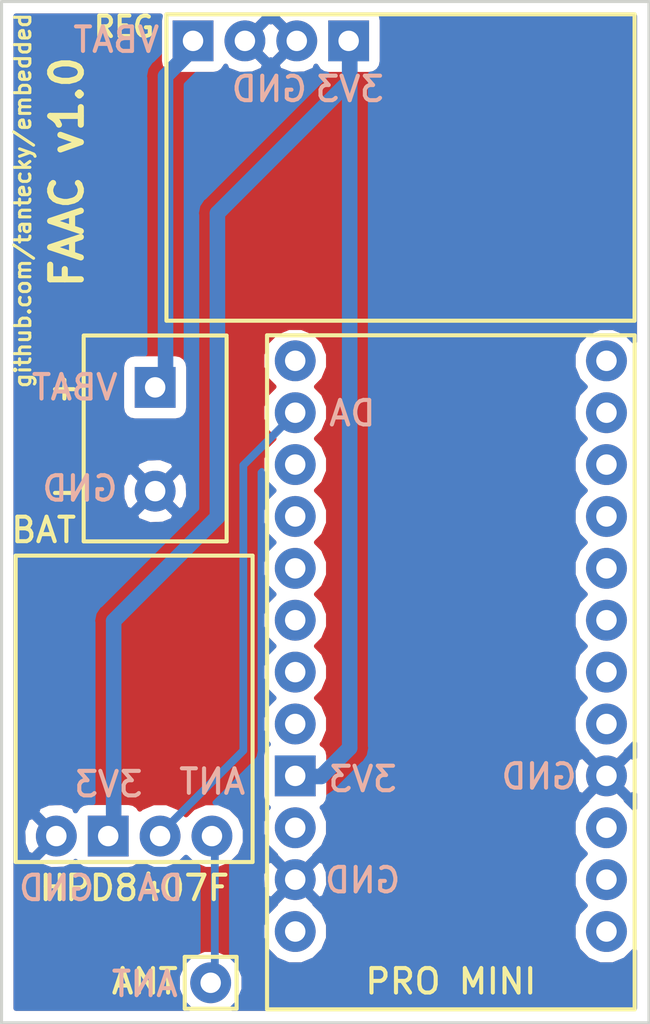
<source format=kicad_pcb>
(kicad_pcb (version 20171130) (host pcbnew "(5.0.2)-1")

  (general
    (thickness 1.6)
    (drawings 22)
    (tracks 16)
    (zones 0)
    (modules 5)
    (nets 26)
  )

  (page A4)
  (layers
    (0 F.Cu signal hide)
    (31 B.Cu signal hide)
    (32 B.Adhes user)
    (33 F.Adhes user)
    (34 B.Paste user)
    (35 F.Paste user)
    (36 B.SilkS user hide)
    (37 F.SilkS user)
    (38 B.Mask user)
    (39 F.Mask user)
    (40 Dwgs.User user)
    (41 Cmts.User user)
    (42 Eco1.User user)
    (43 Eco2.User user)
    (44 Edge.Cuts user)
    (45 Margin user)
    (46 B.CrtYd user)
    (47 F.CrtYd user)
    (48 B.Fab user)
    (49 F.Fab user hide)
  )

  (setup
    (last_trace_width 0.25)
    (user_trace_width 0.381)
    (user_trace_width 0.762)
    (trace_clearance 0.25)
    (zone_clearance 0.508)
    (zone_45_only no)
    (trace_min 0.25)
    (segment_width 0.2)
    (edge_width 0.15)
    (via_size 0.8)
    (via_drill 0.4)
    (via_min_size 0.8)
    (via_min_drill 0.4)
    (uvia_size 0.3)
    (uvia_drill 0.1)
    (uvias_allowed no)
    (uvia_min_size 0.2)
    (uvia_min_drill 0.1)
    (pcb_text_width 0.3)
    (pcb_text_size 1.5 1.5)
    (mod_edge_width 0.15)
    (mod_text_size 1 1)
    (mod_text_width 0.15)
    (pad_size 1.524 1.524)
    (pad_drill 0.762)
    (pad_to_mask_clearance 0)
    (solder_mask_min_width 0.25)
    (aux_axis_origin 0 0)
    (visible_elements 7FFFFFFF)
    (pcbplotparams
      (layerselection 0x010fc_ffffffff)
      (usegerberextensions false)
      (usegerberattributes false)
      (usegerberadvancedattributes false)
      (creategerberjobfile false)
      (excludeedgelayer true)
      (linewidth 0.100000)
      (plotframeref false)
      (viasonmask false)
      (mode 1)
      (useauxorigin false)
      (hpglpennumber 1)
      (hpglpenspeed 20)
      (hpglpendiameter 15.000000)
      (psnegative false)
      (psa4output false)
      (plotreference true)
      (plotvalue true)
      (plotinvisibletext false)
      (padsonsilk false)
      (subtractmaskfromsilk false)
      (outputformat 1)
      (mirror false)
      (drillshape 1)
      (scaleselection 1)
      (outputdirectory ""))
  )

  (net 0 "")
  (net 1 "Net-(AE1-Pad1)")
  (net 2 "Net-(J1-Pad1)")
  (net 3 GND)
  (net 4 "Net-(U1-Pad3)")
  (net 5 "Net-(U1-Pad2)")
  (net 6 "Net-(U2-Pad1)")
  (net 7 "Net-(U2-Pad3)")
  (net 8 "Net-(U2-Pad5)")
  (net 9 "Net-(U2-Pad6)")
  (net 10 "Net-(U2-Pad7)")
  (net 11 "Net-(U2-Pad8)")
  (net 12 "Net-(U2-Pad9)")
  (net 13 "Net-(U2-Pad10)")
  (net 14 "Net-(U2-Pad12)")
  (net 15 "Net-(U2-Pad13)")
  (net 16 "Net-(U2-Pad14)")
  (net 17 "Net-(U2-Pad15)")
  (net 18 "Net-(U2-Pad17)")
  (net 19 "Net-(U2-Pad18)")
  (net 20 "Net-(U2-Pad19)")
  (net 21 "Net-(U2-Pad20)")
  (net 22 "Net-(U2-Pad21)")
  (net 23 "Net-(U2-Pad22)")
  (net 24 "Net-(U2-Pad23)")
  (net 25 "Net-(U2-Pad24)")

  (net_class Default "This is the default net class."
    (clearance 0.25)
    (trace_width 0.25)
    (via_dia 0.8)
    (via_drill 0.4)
    (uvia_dia 0.3)
    (uvia_drill 0.1)
    (diff_pair_gap 0.25)
    (diff_pair_width 0.25)
    (add_net GND)
    (add_net "Net-(AE1-Pad1)")
    (add_net "Net-(J1-Pad1)")
    (add_net "Net-(U1-Pad2)")
    (add_net "Net-(U1-Pad3)")
    (add_net "Net-(U2-Pad1)")
    (add_net "Net-(U2-Pad10)")
    (add_net "Net-(U2-Pad12)")
    (add_net "Net-(U2-Pad13)")
    (add_net "Net-(U2-Pad14)")
    (add_net "Net-(U2-Pad15)")
    (add_net "Net-(U2-Pad17)")
    (add_net "Net-(U2-Pad18)")
    (add_net "Net-(U2-Pad19)")
    (add_net "Net-(U2-Pad20)")
    (add_net "Net-(U2-Pad21)")
    (add_net "Net-(U2-Pad22)")
    (add_net "Net-(U2-Pad23)")
    (add_net "Net-(U2-Pad24)")
    (add_net "Net-(U2-Pad3)")
    (add_net "Net-(U2-Pad5)")
    (add_net "Net-(U2-Pad6)")
    (add_net "Net-(U2-Pad7)")
    (add_net "Net-(U2-Pad8)")
    (add_net "Net-(U2-Pad9)")
  )

  (module myfoots:antenna (layer F.Cu) (tedit 5C26EEB9) (tstamp 5C26EF15)
    (at 115.24 126.94)
    (path /5C24F6CE)
    (fp_text reference ANT (at -3.226 -0.067) (layer F.SilkS)
      (effects (font (size 1.2 1.2) (thickness 0.2)))
    )
    (fp_text value ANT (at 0.127 5.08) (layer F.Fab)
      (effects (font (size 1 1) (thickness 0.15)))
    )
    (fp_line (start -1.27 1.27) (end -1.27 -1.27) (layer F.SilkS) (width 0.2))
    (fp_line (start 1.27 1.27) (end -1.27 1.27) (layer F.SilkS) (width 0.2))
    (fp_line (start 1.27 -1.27) (end 1.27 1.27) (layer F.SilkS) (width 0.2))
    (fp_line (start -1.27 -1.27) (end 1.27 -1.27) (layer F.SilkS) (width 0.2))
    (pad 1 thru_hole circle (at 0 0) (size 2 2) (drill 1) (layers *.Cu *.Mask)
      (net 1 "Net-(AE1-Pad1)"))
  )

  (module myfoots:BatCon (layer F.Cu) (tedit 5C26F2F8) (tstamp 5C25026B)
    (at 112.522 100.33 270)
    (path /5C25B880)
    (fp_text reference BAT (at 4.445 5.461) (layer F.SilkS)
      (effects (font (size 1.2 1.2) (thickness 0.2)))
    )
    (fp_text value BatCon (at 0 10.922 270) (layer F.Fab)
      (effects (font (size 1 1) (thickness 0.2)))
    )
    (fp_line (start -5 -3.5) (end 5 -3.5) (layer F.SilkS) (width 0.2))
    (fp_line (start -5.08 -3.5) (end -5.08 3.5) (layer F.SilkS) (width 0.2))
    (fp_line (start 5 -3.5) (end 5 3.5) (layer F.SilkS) (width 0.2))
    (fp_line (start -5 3.5) (end 5 3.5) (layer F.SilkS) (width 0.2))
    (pad 2 thru_hole circle (at 2.54 0 270) (size 2 2) (drill 1) (layers *.Cu *.Mask)
      (net 3 GND))
    (pad 1 thru_hole rect (at -2.54 0 270) (size 2 2) (drill 1) (layers *.Cu *.Mask)
      (net 2 "Net-(J1-Pad1)"))
  )

  (module myfoots:HPD8407-F (layer F.Cu) (tedit 5C26F212) (tstamp 5C26F237)
    (at 111.493 121.027)
    (path /5C25BB2A)
    (fp_text reference HPD8407F (at 0.013 1.274) (layer F.SilkS)
      (effects (font (size 1.2 1.2) (thickness 0.2)))
    )
    (fp_text value HPD8407-F (at -13.843 -9.017) (layer F.Fab)
      (effects (font (size 1 1) (thickness 0.2)))
    )
    (fp_line (start -5.8 0) (end 5.8 0) (layer F.SilkS) (width 0.2))
    (fp_line (start 5.8 0) (end 5.8 -15) (layer F.SilkS) (width 0.2))
    (fp_line (start -5.8 0) (end -5.8 -15) (layer F.SilkS) (width 0.2))
    (fp_line (start 5.8 -15) (end -5.8 -15) (layer F.SilkS) (width 0.2))
    (pad 3 thru_hole circle (at 1.27 -1.27) (size 2 2) (drill 1) (layers *.Cu *.Mask)
      (net 4 "Net-(U1-Pad3)"))
    (pad 4 thru_hole circle (at 3.81 -1.27) (size 2 2) (drill 1) (layers *.Cu *.Mask)
      (net 1 "Net-(AE1-Pad1)"))
    (pad 2 thru_hole rect (at -1.27 -1.27) (size 2 2) (drill 1) (layers *.Cu *.Mask)
      (net 5 "Net-(U1-Pad2)"))
    (pad 1 thru_hole circle (at -3.81 -1.27) (size 2 2) (drill 1) (layers *.Cu *.Mask)
      (net 3 GND))
  )

  (module myfoots:ProMini (layer F.Cu) (tedit 5C26F58B) (tstamp 5C25142C)
    (at 127 128.24)
    (path /5C25BBA0)
    (fp_text reference "PRO MINI" (at 0 -1.367) (layer F.SilkS)
      (effects (font (size 1.2 1.2) (thickness 0.2)))
    )
    (fp_text value ProMini (at 13.97 -1.27) (layer F.Fab)
      (effects (font (size 1 1) (thickness 0.2)))
    )
    (fp_line (start -9 0) (end 9 0) (layer F.SilkS) (width 0.2))
    (fp_line (start 9 0) (end 9 -33) (layer F.SilkS) (width 0.2))
    (fp_line (start -9 0) (end -9 -33) (layer F.SilkS) (width 0.2))
    (fp_line (start -9 -33) (end 9 -33) (layer F.SilkS) (width 0.2))
    (pad 1 thru_hole circle (at -7.62 -3.81) (size 2 2) (drill 1) (layers *.Cu *.Mask)
      (net 6 "Net-(U2-Pad1)"))
    (pad 2 thru_hole circle (at -7.62 -6.35) (size 2 2) (drill 1) (layers *.Cu *.Mask)
      (net 3 GND))
    (pad 3 thru_hole circle (at -7.62 -8.89) (size 2 2) (drill 1) (layers *.Cu *.Mask)
      (net 7 "Net-(U2-Pad3)"))
    (pad 4 thru_hole rect (at -7.62 -11.43) (size 2 2) (drill 1) (layers *.Cu *.Mask)
      (net 5 "Net-(U1-Pad2)"))
    (pad 5 thru_hole circle (at -7.62 -13.97) (size 2 2) (drill 1) (layers *.Cu *.Mask)
      (net 8 "Net-(U2-Pad5)"))
    (pad 6 thru_hole circle (at -7.62 -16.51) (size 2 2) (drill 1) (layers *.Cu *.Mask)
      (net 9 "Net-(U2-Pad6)"))
    (pad 7 thru_hole circle (at -7.62 -19.05) (size 2 2) (drill 1) (layers *.Cu *.Mask)
      (net 10 "Net-(U2-Pad7)"))
    (pad 8 thru_hole circle (at -7.62 -21.59) (size 2 2) (drill 1) (layers *.Cu *.Mask)
      (net 11 "Net-(U2-Pad8)"))
    (pad 9 thru_hole circle (at -7.62 -24.13) (size 2 2) (drill 1) (layers *.Cu *.Mask)
      (net 12 "Net-(U2-Pad9)"))
    (pad 10 thru_hole circle (at -7.62 -26.67) (size 2 2) (drill 1) (layers *.Cu *.Mask)
      (net 13 "Net-(U2-Pad10)"))
    (pad 11 thru_hole circle (at -7.62 -29.21) (size 2 2) (drill 1) (layers *.Cu *.Mask)
      (net 4 "Net-(U1-Pad3)"))
    (pad 12 thru_hole circle (at -7.62 -31.75) (size 2 2) (drill 1) (layers *.Cu *.Mask)
      (net 14 "Net-(U2-Pad12)"))
    (pad 13 thru_hole circle (at 7.62 -3.81) (size 2 2) (drill 1) (layers *.Cu *.Mask)
      (net 15 "Net-(U2-Pad13)"))
    (pad 14 thru_hole circle (at 7.62 -6.35) (size 2 2) (drill 1) (layers *.Cu *.Mask)
      (net 16 "Net-(U2-Pad14)"))
    (pad 15 thru_hole circle (at 7.62 -8.89) (size 2 2) (drill 1) (layers *.Cu *.Mask)
      (net 17 "Net-(U2-Pad15)"))
    (pad 16 thru_hole circle (at 7.62 -11.43) (size 2 2) (drill 1) (layers *.Cu *.Mask)
      (net 3 GND))
    (pad 17 thru_hole circle (at 7.62 -13.97) (size 2 2) (drill 1) (layers *.Cu *.Mask)
      (net 18 "Net-(U2-Pad17)"))
    (pad 18 thru_hole circle (at 7.62 -16.51) (size 2 2) (drill 1) (layers *.Cu *.Mask)
      (net 19 "Net-(U2-Pad18)"))
    (pad 19 thru_hole circle (at 7.62 -19.05) (size 2 2) (drill 1) (layers *.Cu *.Mask)
      (net 20 "Net-(U2-Pad19)"))
    (pad 20 thru_hole circle (at 7.62 -21.59) (size 2 2) (drill 1) (layers *.Cu *.Mask)
      (net 21 "Net-(U2-Pad20)"))
    (pad 21 thru_hole circle (at 7.62 -24.13) (size 2 2) (drill 1) (layers *.Cu *.Mask)
      (net 22 "Net-(U2-Pad21)"))
    (pad 22 thru_hole circle (at 7.62 -26.67) (size 2 2) (drill 1) (layers *.Cu *.Mask)
      (net 23 "Net-(U2-Pad22)"))
    (pad 23 thru_hole circle (at 7.62 -29.21) (size 2 2) (drill 1) (layers *.Cu *.Mask)
      (net 24 "Net-(U2-Pad23)"))
    (pad 24 thru_hole circle (at 7.62 -31.75) (size 2 2) (drill 1) (layers *.Cu *.Mask)
      (net 25 "Net-(U2-Pad24)"))
  )

  (module myfoots:Reg3V3 (layer F.Cu) (tedit 5C26F3AF) (tstamp 5C24F53A)
    (at 124.536 80.826 180)
    (path /5C25B9C3)
    (fp_text reference REG (at 13.538 0.689 180) (layer F.SilkS)
      (effects (font (size 1 1) (thickness 0.2)))
    )
    (fp_text value Reg3V3 (at -16.383 -11.684 180) (layer F.Fab)
      (effects (font (size 1 1) (thickness 0.2)))
    )
    (fp_line (start -11.46 1.3) (end 11.46 1.3) (layer F.SilkS) (width 0.2))
    (fp_line (start 11.46 1.3) (end 11.46 -13.7) (layer F.SilkS) (width 0.2))
    (fp_line (start -11.46 -13.7) (end 11.46 -13.7) (layer F.SilkS) (width 0.2))
    (fp_line (start -11.46 1.3) (end -11.46 -13.7) (layer F.SilkS) (width 0.2))
    (pad 4 thru_hole rect (at 10.16 0 180) (size 2 2) (drill 1) (layers *.Cu *.Mask)
      (net 2 "Net-(J1-Pad1)"))
    (pad 3 thru_hole circle (at 7.62 0 180) (size 2 2) (drill 1) (layers *.Cu *.Mask)
      (net 3 GND))
    (pad 2 thru_hole circle (at 5.08 0 180) (size 2 2) (drill 1) (layers *.Cu *.Mask)
      (net 3 GND))
    (pad 1 thru_hole rect (at 2.54 0 180) (size 2 2) (drill 1) (layers *.Cu *.Mask)
      (net 5 "Net-(U1-Pad2)"))
  )

  (gr_text github.com/tantecky/embedded (at 106.045 88.646 90) (layer F.SilkS) (tstamp 5C26F7D2)
    (effects (font (size 0.76 0.76) (thickness 0.15)))
  )
  (gr_text "FAAC v1.0" (at 108.204 87.249 90) (layer F.SilkS) (tstamp 5C26F751)
    (effects (font (size 1.5 1.5) (thickness 0.3)))
  )
  (gr_text GND (at 108.839 102.743) (layer B.SilkS) (tstamp 5C26F63E)
    (effects (font (size 1.2 1.2) (thickness 0.2)) (justify mirror))
  )
  (gr_text VBAT (at 108.585 97.79) (layer B.SilkS) (tstamp 5C26F62F)
    (effects (font (size 1.2 1.2) (thickness 0.2)) (justify mirror))
  )
  (gr_text ANT (at 112.014 127) (layer B.SilkS) (tstamp 5C26F627)
    (effects (font (size 1.2 1.2) (thickness 0.2)) (justify mirror))
  )
  (gr_text ANT (at 115.316 117.094) (layer B.SilkS) (tstamp 5C26F60C)
    (effects (font (size 1.2 1.2) (thickness 0.2)) (justify mirror))
  )
  (gr_text 3V3 (at 110.236 117.221) (layer B.SilkS) (tstamp 5C26F608)
    (effects (font (size 1.2 1.2) (thickness 0.2)) (justify mirror))
  )
  (gr_text VBAT (at 110.617 80.772) (layer B.SilkS) (tstamp 5C26F8F8)
    (effects (font (size 1.2 1.2) (thickness 0.2)) (justify mirror))
  )
  (gr_text 3V3 (at 122.047 83.185) (layer B.SilkS) (tstamp 5C26F872)
    (effects (font (size 1.2 1.2) (thickness 0.2)) (justify mirror))
  )
  (gr_text GND (at 118.11 83.185) (layer B.SilkS) (tstamp 5C26F7D8)
    (effects (font (size 1.2 1.2) (thickness 0.2)) (justify mirror))
  )
  (gr_text DA (at 122.174 99.06) (layer B.SilkS) (tstamp 5C26F2E3)
    (effects (font (size 1.2 1.2) (thickness 0.2)) (justify mirror))
  )
  (gr_text 3V3 (at 122.682 116.967) (layer B.SilkS) (tstamp 5C26F2BD)
    (effects (font (size 1.2 1.2) (thickness 0.2)) (justify mirror))
  )
  (gr_text GND (at 122.682 121.92) (layer B.SilkS) (tstamp 5C26F2B6)
    (effects (font (size 1.2 1.2) (thickness 0.2)) (justify mirror))
  )
  (gr_text GND (at 131.318 116.84) (layer B.SilkS) (tstamp 5C26F2B1)
    (effects (font (size 1.2 1.2) (thickness 0.2)) (justify mirror))
  )
  (gr_text GND (at 107.696 122.301) (layer B.SilkS) (tstamp 5C26F28E)
    (effects (font (size 1.2 1.2) (thickness 0.2)) (justify mirror))
  )
  (gr_text - (at 108.077 102.87) (layer F.SilkS) (tstamp 5C26F274)
    (effects (font (size 1.2 1.2) (thickness 0.2)))
  )
  (gr_text + (at 108.077 97.79) (layer F.SilkS)
    (effects (font (size 1.2 1.2) (thickness 0.2)))
  )
  (gr_text DA (at 112.776 122.301) (layer B.SilkS) (tstamp 5C26EF97)
    (effects (font (size 1.2 1.2) (thickness 0.2)) (justify mirror))
  )
  (gr_line (start 105 78.9) (end 105 128.9) (layer Edge.Cuts) (width 0.15))
  (gr_line (start 136.7 78.9) (end 105 78.9) (layer Edge.Cuts) (width 0.15))
  (gr_line (start 136.7 128.9) (end 136.7 78.9) (layer Edge.Cuts) (width 0.15))
  (gr_line (start 105 128.9) (end 136.7 128.9) (layer Edge.Cuts) (width 0.15))

  (segment (start 115.443 127) (end 115.443 119.507) (width 0.381) (layer B.Cu) (net 1))
  (segment (start 113.03 84.185) (end 113.03 97.79) (width 0.762) (layer B.Cu) (net 2))
  (segment (start 113.03 84.185) (end 113.03 82.55) (width 0.762) (layer B.Cu) (net 2))
  (segment (start 113.03 82.55) (end 114.3 81.28) (width 0.762) (layer B.Cu) (net 2))
  (segment (start 119.38 99.06) (end 116.84 101.6) (width 0.381) (layer B.Cu) (net 4))
  (segment (start 116.84 101.6) (end 116.84 115.57) (width 0.381) (layer B.Cu) (net 4))
  (segment (start 116.84 115.57) (end 113.03 119.38) (width 0.381) (layer B.Cu) (net 4))
  (segment (start 122.047 81.026) (end 122.047 115.443) (width 0.762) (layer B.Cu) (net 5))
  (segment (start 122.047 115.443) (end 120.65 116.84) (width 0.762) (layer B.Cu) (net 5))
  (segment (start 120.65 116.84) (end 119.38 116.84) (width 0.762) (layer B.Cu) (net 5))
  (segment (start 110.49 117.618) (end 110.49 109.22) (width 0.762) (layer B.Cu) (net 5))
  (segment (start 110.49 109.22) (end 115.57 104.14) (width 0.762) (layer B.Cu) (net 5))
  (segment (start 115.57 89.265) (end 115.57 104.14) (width 0.762) (layer B.Cu) (net 5))
  (segment (start 122.047 82.788) (end 115.57 89.265) (width 0.762) (layer B.Cu) (net 5))
  (segment (start 122.047 81.026) (end 122.047 82.788) (width 0.762) (layer B.Cu) (net 5))
  (segment (start 110.49 117.618) (end 110.49 119.38) (width 0.762) (layer B.Cu) (net 5))

  (zone (net 3) (net_name GND) (layer F.Cu) (tstamp 0) (hatch edge 0.508)
    (connect_pads (clearance 0.508))
    (min_thickness 0.254)
    (fill yes (arc_segments 16) (thermal_gap 0.508) (thermal_bridge_width 0.508))
    (polygon
      (pts
        (xy 105.41 79.248) (xy 136.271 79.248) (xy 136.271 128.651) (xy 105.41 128.651)
      )
    )
    (filled_polygon
      (pts
        (xy 112.72856 79.826) (xy 112.72856 81.826) (xy 112.777843 82.073765) (xy 112.918191 82.283809) (xy 113.128235 82.424157)
        (xy 113.376 82.47344) (xy 115.376 82.47344) (xy 115.623765 82.424157) (xy 115.833809 82.283809) (xy 115.974157 82.073765)
        (xy 115.9756 82.066509) (xy 116.041736 82.245387) (xy 116.651461 82.471908) (xy 117.30146 82.447856) (xy 117.790264 82.245387)
        (xy 117.888927 81.978532) (xy 116.916 81.005605) (xy 116.901858 81.019748) (xy 116.722253 80.840143) (xy 116.736395 80.826)
        (xy 117.095605 80.826) (xy 118.068532 81.798927) (xy 118.186 81.755496) (xy 118.303468 81.798927) (xy 119.276395 80.826)
        (xy 118.303468 79.853073) (xy 118.186 79.896504) (xy 118.068532 79.853073) (xy 117.095605 80.826) (xy 116.736395 80.826)
        (xy 116.722253 80.811858) (xy 116.901858 80.632253) (xy 116.916 80.646395) (xy 117.888927 79.673468) (xy 117.865461 79.61)
        (xy 118.506539 79.61) (xy 118.483073 79.673468) (xy 119.456 80.646395) (xy 119.470143 80.632253) (xy 119.649748 80.811858)
        (xy 119.635605 80.826) (xy 119.649748 80.840143) (xy 119.470143 81.019748) (xy 119.456 81.005605) (xy 118.483073 81.978532)
        (xy 118.581736 82.245387) (xy 119.191461 82.471908) (xy 119.84146 82.447856) (xy 120.330264 82.245387) (xy 120.3964 82.066509)
        (xy 120.397843 82.073765) (xy 120.538191 82.283809) (xy 120.748235 82.424157) (xy 120.996 82.47344) (xy 122.996 82.47344)
        (xy 123.243765 82.424157) (xy 123.453809 82.283809) (xy 123.594157 82.073765) (xy 123.64344 81.826) (xy 123.64344 79.826)
        (xy 123.600475 79.61) (xy 135.990001 79.61) (xy 135.990001 95.547762) (xy 135.546153 95.103914) (xy 134.945222 94.855)
        (xy 134.294778 94.855) (xy 133.693847 95.103914) (xy 133.233914 95.563847) (xy 132.985 96.164778) (xy 132.985 96.815222)
        (xy 133.233914 97.416153) (xy 133.577761 97.76) (xy 133.233914 98.103847) (xy 132.985 98.704778) (xy 132.985 99.355222)
        (xy 133.233914 99.956153) (xy 133.577761 100.3) (xy 133.233914 100.643847) (xy 132.985 101.244778) (xy 132.985 101.895222)
        (xy 133.233914 102.496153) (xy 133.577761 102.84) (xy 133.233914 103.183847) (xy 132.985 103.784778) (xy 132.985 104.435222)
        (xy 133.233914 105.036153) (xy 133.577761 105.38) (xy 133.233914 105.723847) (xy 132.985 106.324778) (xy 132.985 106.975222)
        (xy 133.233914 107.576153) (xy 133.577761 107.92) (xy 133.233914 108.263847) (xy 132.985 108.864778) (xy 132.985 109.515222)
        (xy 133.233914 110.116153) (xy 133.577761 110.46) (xy 133.233914 110.803847) (xy 132.985 111.404778) (xy 132.985 112.055222)
        (xy 133.233914 112.656153) (xy 133.577761 113) (xy 133.233914 113.343847) (xy 132.985 113.944778) (xy 132.985 114.595222)
        (xy 133.233914 115.196153) (xy 133.660072 115.622311) (xy 133.647073 115.657468) (xy 134.62 116.630395) (xy 135.592927 115.657468)
        (xy 135.579928 115.622311) (xy 135.99 115.212239) (xy 135.99 115.917476) (xy 135.772532 115.837073) (xy 134.799605 116.81)
        (xy 135.772532 117.782927) (xy 135.99 117.702524) (xy 135.99 118.407761) (xy 135.579928 117.997689) (xy 135.592927 117.962532)
        (xy 134.62 116.989605) (xy 133.647073 117.962532) (xy 133.660072 117.997689) (xy 133.233914 118.423847) (xy 132.985 119.024778)
        (xy 132.985 119.675222) (xy 133.233914 120.276153) (xy 133.577761 120.62) (xy 133.233914 120.963847) (xy 132.985 121.564778)
        (xy 132.985 122.215222) (xy 133.233914 122.816153) (xy 133.577761 123.16) (xy 133.233914 123.503847) (xy 132.985 124.104778)
        (xy 132.985 124.755222) (xy 133.233914 125.356153) (xy 133.693847 125.816086) (xy 134.294778 126.065) (xy 134.945222 126.065)
        (xy 135.546153 125.816086) (xy 135.99 125.372239) (xy 135.99 128.19) (xy 116.302239 128.19) (xy 116.626086 127.866153)
        (xy 116.875 127.265222) (xy 116.875 126.614778) (xy 116.626086 126.013847) (xy 116.166153 125.553914) (xy 115.565222 125.305)
        (xy 114.914778 125.305) (xy 114.313847 125.553914) (xy 113.853914 126.013847) (xy 113.605 126.614778) (xy 113.605 127.265222)
        (xy 113.853914 127.866153) (xy 114.177761 128.19) (xy 105.71 128.19) (xy 105.71 124.104778) (xy 117.745 124.104778)
        (xy 117.745 124.755222) (xy 117.993914 125.356153) (xy 118.453847 125.816086) (xy 119.054778 126.065) (xy 119.705222 126.065)
        (xy 120.306153 125.816086) (xy 120.766086 125.356153) (xy 121.015 124.755222) (xy 121.015 124.104778) (xy 120.766086 123.503847)
        (xy 120.339928 123.077689) (xy 120.352927 123.042532) (xy 119.38 122.069605) (xy 118.407073 123.042532) (xy 118.420072 123.077689)
        (xy 117.993914 123.503847) (xy 117.745 124.104778) (xy 105.71 124.104778) (xy 105.71 121.625461) (xy 117.734092 121.625461)
        (xy 117.758144 122.27546) (xy 117.960613 122.764264) (xy 118.227468 122.862927) (xy 119.200395 121.89) (xy 119.559605 121.89)
        (xy 120.532532 122.862927) (xy 120.799387 122.764264) (xy 121.025908 122.154539) (xy 121.001856 121.50454) (xy 120.799387 121.015736)
        (xy 120.532532 120.917073) (xy 119.559605 121.89) (xy 119.200395 121.89) (xy 118.227468 120.917073) (xy 117.960613 121.015736)
        (xy 117.734092 121.625461) (xy 105.71 121.625461) (xy 105.71 119.492461) (xy 106.037092 119.492461) (xy 106.061144 120.14246)
        (xy 106.263613 120.631264) (xy 106.530468 120.729927) (xy 107.503395 119.757) (xy 106.530468 118.784073) (xy 106.263613 118.882736)
        (xy 106.037092 119.492461) (xy 105.71 119.492461) (xy 105.71 118.604468) (xy 106.710073 118.604468) (xy 107.683 119.577395)
        (xy 107.697143 119.563253) (xy 107.876748 119.742858) (xy 107.862605 119.757) (xy 107.876748 119.771143) (xy 107.697143 119.950748)
        (xy 107.683 119.936605) (xy 106.710073 120.909532) (xy 106.808736 121.176387) (xy 107.418461 121.402908) (xy 108.06846 121.378856)
        (xy 108.557264 121.176387) (xy 108.6234 120.997509) (xy 108.624843 121.004765) (xy 108.765191 121.214809) (xy 108.975235 121.355157)
        (xy 109.223 121.40444) (xy 111.223 121.40444) (xy 111.470765 121.355157) (xy 111.680809 121.214809) (xy 111.772038 121.078277)
        (xy 111.836847 121.143086) (xy 112.437778 121.392) (xy 113.088222 121.392) (xy 113.689153 121.143086) (xy 114.033 120.799239)
        (xy 114.376847 121.143086) (xy 114.977778 121.392) (xy 115.628222 121.392) (xy 116.229153 121.143086) (xy 116.689086 120.683153)
        (xy 116.938 120.082222) (xy 116.938 119.431778) (xy 116.689086 118.830847) (xy 116.229153 118.370914) (xy 115.628222 118.122)
        (xy 114.977778 118.122) (xy 114.376847 118.370914) (xy 114.033 118.714761) (xy 113.689153 118.370914) (xy 113.088222 118.122)
        (xy 112.437778 118.122) (xy 111.836847 118.370914) (xy 111.772038 118.435723) (xy 111.680809 118.299191) (xy 111.470765 118.158843)
        (xy 111.223 118.10956) (xy 109.223 118.10956) (xy 108.975235 118.158843) (xy 108.765191 118.299191) (xy 108.624843 118.509235)
        (xy 108.6234 118.516491) (xy 108.557264 118.337613) (xy 107.947539 118.111092) (xy 107.29754 118.135144) (xy 106.808736 118.337613)
        (xy 106.710073 118.604468) (xy 105.71 118.604468) (xy 105.71 115.81) (xy 117.73256 115.81) (xy 117.73256 117.81)
        (xy 117.781843 118.057765) (xy 117.922191 118.267809) (xy 118.058723 118.359038) (xy 117.993914 118.423847) (xy 117.745 119.024778)
        (xy 117.745 119.675222) (xy 117.993914 120.276153) (xy 118.420072 120.702311) (xy 118.407073 120.737468) (xy 119.38 121.710395)
        (xy 120.352927 120.737468) (xy 120.339928 120.702311) (xy 120.766086 120.276153) (xy 121.015 119.675222) (xy 121.015 119.024778)
        (xy 120.766086 118.423847) (xy 120.701277 118.359038) (xy 120.837809 118.267809) (xy 120.978157 118.057765) (xy 121.02744 117.81)
        (xy 121.02744 116.545461) (xy 132.974092 116.545461) (xy 132.998144 117.19546) (xy 133.200613 117.684264) (xy 133.467468 117.782927)
        (xy 134.440395 116.81) (xy 133.467468 115.837073) (xy 133.200613 115.935736) (xy 132.974092 116.545461) (xy 121.02744 116.545461)
        (xy 121.02744 115.81) (xy 120.978157 115.562235) (xy 120.837809 115.352191) (xy 120.701277 115.260962) (xy 120.766086 115.196153)
        (xy 121.015 114.595222) (xy 121.015 113.944778) (xy 120.766086 113.343847) (xy 120.422239 113) (xy 120.766086 112.656153)
        (xy 121.015 112.055222) (xy 121.015 111.404778) (xy 120.766086 110.803847) (xy 120.422239 110.46) (xy 120.766086 110.116153)
        (xy 121.015 109.515222) (xy 121.015 108.864778) (xy 120.766086 108.263847) (xy 120.422239 107.92) (xy 120.766086 107.576153)
        (xy 121.015 106.975222) (xy 121.015 106.324778) (xy 120.766086 105.723847) (xy 120.422239 105.38) (xy 120.766086 105.036153)
        (xy 121.015 104.435222) (xy 121.015 103.784778) (xy 120.766086 103.183847) (xy 120.422239 102.84) (xy 120.766086 102.496153)
        (xy 121.015 101.895222) (xy 121.015 101.244778) (xy 120.766086 100.643847) (xy 120.422239 100.3) (xy 120.766086 99.956153)
        (xy 121.015 99.355222) (xy 121.015 98.704778) (xy 120.766086 98.103847) (xy 120.422239 97.76) (xy 120.766086 97.416153)
        (xy 121.015 96.815222) (xy 121.015 96.164778) (xy 120.766086 95.563847) (xy 120.306153 95.103914) (xy 119.705222 94.855)
        (xy 119.054778 94.855) (xy 118.453847 95.103914) (xy 117.993914 95.563847) (xy 117.745 96.164778) (xy 117.745 96.815222)
        (xy 117.993914 97.416153) (xy 118.337761 97.76) (xy 117.993914 98.103847) (xy 117.745 98.704778) (xy 117.745 99.355222)
        (xy 117.993914 99.956153) (xy 118.337761 100.3) (xy 117.993914 100.643847) (xy 117.745 101.244778) (xy 117.745 101.895222)
        (xy 117.993914 102.496153) (xy 118.337761 102.84) (xy 117.993914 103.183847) (xy 117.745 103.784778) (xy 117.745 104.435222)
        (xy 117.993914 105.036153) (xy 118.337761 105.38) (xy 117.993914 105.723847) (xy 117.745 106.324778) (xy 117.745 106.975222)
        (xy 117.993914 107.576153) (xy 118.337761 107.92) (xy 117.993914 108.263847) (xy 117.745 108.864778) (xy 117.745 109.515222)
        (xy 117.993914 110.116153) (xy 118.337761 110.46) (xy 117.993914 110.803847) (xy 117.745 111.404778) (xy 117.745 112.055222)
        (xy 117.993914 112.656153) (xy 118.337761 113) (xy 117.993914 113.343847) (xy 117.745 113.944778) (xy 117.745 114.595222)
        (xy 117.993914 115.196153) (xy 118.058723 115.260962) (xy 117.922191 115.352191) (xy 117.781843 115.562235) (xy 117.73256 115.81)
        (xy 105.71 115.81) (xy 105.71 104.022532) (xy 111.549073 104.022532) (xy 111.647736 104.289387) (xy 112.257461 104.515908)
        (xy 112.90746 104.491856) (xy 113.396264 104.289387) (xy 113.494927 104.022532) (xy 112.522 103.049605) (xy 111.549073 104.022532)
        (xy 105.71 104.022532) (xy 105.71 102.605461) (xy 110.876092 102.605461) (xy 110.900144 103.25546) (xy 111.102613 103.744264)
        (xy 111.369468 103.842927) (xy 112.342395 102.87) (xy 112.701605 102.87) (xy 113.674532 103.842927) (xy 113.941387 103.744264)
        (xy 114.167908 103.134539) (xy 114.143856 102.48454) (xy 113.941387 101.995736) (xy 113.674532 101.897073) (xy 112.701605 102.87)
        (xy 112.342395 102.87) (xy 111.369468 101.897073) (xy 111.102613 101.995736) (xy 110.876092 102.605461) (xy 105.71 102.605461)
        (xy 105.71 101.717468) (xy 111.549073 101.717468) (xy 112.522 102.690395) (xy 113.494927 101.717468) (xy 113.396264 101.450613)
        (xy 112.786539 101.224092) (xy 112.13654 101.248144) (xy 111.647736 101.450613) (xy 111.549073 101.717468) (xy 105.71 101.717468)
        (xy 105.71 96.79) (xy 110.87456 96.79) (xy 110.87456 98.79) (xy 110.923843 99.037765) (xy 111.064191 99.247809)
        (xy 111.274235 99.388157) (xy 111.522 99.43744) (xy 113.522 99.43744) (xy 113.769765 99.388157) (xy 113.979809 99.247809)
        (xy 114.120157 99.037765) (xy 114.16944 98.79) (xy 114.16944 96.79) (xy 114.120157 96.542235) (xy 113.979809 96.332191)
        (xy 113.769765 96.191843) (xy 113.522 96.14256) (xy 111.522 96.14256) (xy 111.274235 96.191843) (xy 111.064191 96.332191)
        (xy 110.923843 96.542235) (xy 110.87456 96.79) (xy 105.71 96.79) (xy 105.71 79.61) (xy 112.771525 79.61)
      )
    )
  )
  (zone (net 3) (net_name GND) (layer B.Cu) (tstamp 0) (hatch edge 0.508)
    (connect_pads (clearance 0.508))
    (min_thickness 0.254)
    (fill yes (arc_segments 16) (thermal_gap 0.508) (thermal_bridge_width 0.508))
    (polygon
      (pts
        (xy 105.41 79.248) (xy 136.398 79.248) (xy 136.398 128.651) (xy 105.41 128.651)
      )
    )
    (filled_polygon
      (pts
        (xy 112.72856 79.826) (xy 112.72856 81.4146) (xy 112.382337 81.760823) (xy 112.297506 81.817505) (xy 112.240823 81.902337)
        (xy 112.07295 82.153577) (xy 111.994096 82.55) (xy 112.014001 82.650068) (xy 112.014 84.084935) (xy 112.014 84.084936)
        (xy 112.014001 96.14256) (xy 111.522 96.14256) (xy 111.274235 96.191843) (xy 111.064191 96.332191) (xy 110.923843 96.542235)
        (xy 110.87456 96.79) (xy 110.87456 98.79) (xy 110.923843 99.037765) (xy 111.064191 99.247809) (xy 111.274235 99.388157)
        (xy 111.522 99.43744) (xy 113.522 99.43744) (xy 113.769765 99.388157) (xy 113.979809 99.247809) (xy 114.120157 99.037765)
        (xy 114.16944 98.79) (xy 114.16944 96.79) (xy 114.120157 96.542235) (xy 114.046 96.431252) (xy 114.046 82.97084)
        (xy 114.543401 82.47344) (xy 115.376 82.47344) (xy 115.623765 82.424157) (xy 115.833809 82.283809) (xy 115.974157 82.073765)
        (xy 115.9756 82.066509) (xy 116.041736 82.245387) (xy 116.651461 82.471908) (xy 117.30146 82.447856) (xy 117.790264 82.245387)
        (xy 117.888927 81.978532) (xy 116.916 81.005605) (xy 116.901858 81.019748) (xy 116.722253 80.840143) (xy 116.736395 80.826)
        (xy 117.095605 80.826) (xy 118.068532 81.798927) (xy 118.186 81.755496) (xy 118.303468 81.798927) (xy 119.276395 80.826)
        (xy 118.303468 79.853073) (xy 118.186 79.896504) (xy 118.068532 79.853073) (xy 117.095605 80.826) (xy 116.736395 80.826)
        (xy 116.722253 80.811858) (xy 116.901858 80.632253) (xy 116.916 80.646395) (xy 117.888927 79.673468) (xy 117.865461 79.61)
        (xy 118.506539 79.61) (xy 118.483073 79.673468) (xy 119.456 80.646395) (xy 119.470143 80.632253) (xy 119.649748 80.811858)
        (xy 119.635605 80.826) (xy 119.649748 80.840143) (xy 119.470143 81.019748) (xy 119.456 81.005605) (xy 118.483073 81.978532)
        (xy 118.581736 82.245387) (xy 119.191461 82.471908) (xy 119.84146 82.447856) (xy 120.330264 82.245387) (xy 120.3964 82.066509)
        (xy 120.397843 82.073765) (xy 120.538191 82.283809) (xy 120.748235 82.424157) (xy 120.936545 82.461614) (xy 114.92234 88.47582)
        (xy 114.837505 88.532505) (xy 114.612949 88.868578) (xy 114.554 89.164935) (xy 114.534096 89.265) (xy 114.554 89.365064)
        (xy 114.554001 103.719158) (xy 109.842338 108.430822) (xy 109.757506 108.487505) (xy 109.700823 108.572337) (xy 109.53295 108.823577)
        (xy 109.454096 109.22) (xy 109.474001 109.320068) (xy 109.474 117.517935) (xy 109.474 118.10956) (xy 109.223 118.10956)
        (xy 108.975235 118.158843) (xy 108.765191 118.299191) (xy 108.624843 118.509235) (xy 108.6234 118.516491) (xy 108.557264 118.337613)
        (xy 107.947539 118.111092) (xy 107.29754 118.135144) (xy 106.808736 118.337613) (xy 106.710073 118.604468) (xy 107.683 119.577395)
        (xy 107.697143 119.563253) (xy 107.876748 119.742858) (xy 107.862605 119.757) (xy 107.876748 119.771143) (xy 107.697143 119.950748)
        (xy 107.683 119.936605) (xy 106.710073 120.909532) (xy 106.808736 121.176387) (xy 107.418461 121.402908) (xy 108.06846 121.378856)
        (xy 108.557264 121.176387) (xy 108.6234 120.997509) (xy 108.624843 121.004765) (xy 108.765191 121.214809) (xy 108.975235 121.355157)
        (xy 109.223 121.40444) (xy 111.223 121.40444) (xy 111.470765 121.355157) (xy 111.680809 121.214809) (xy 111.772038 121.078277)
        (xy 111.836847 121.143086) (xy 112.437778 121.392) (xy 113.088222 121.392) (xy 113.689153 121.143086) (xy 114.033 120.799239)
        (xy 114.376847 121.143086) (xy 114.617501 121.242768) (xy 114.6175 125.428137) (xy 114.313847 125.553914) (xy 113.853914 126.013847)
        (xy 113.605 126.614778) (xy 113.605 127.265222) (xy 113.853914 127.866153) (xy 114.177761 128.19) (xy 105.71 128.19)
        (xy 105.71 119.492461) (xy 106.037092 119.492461) (xy 106.061144 120.14246) (xy 106.263613 120.631264) (xy 106.530468 120.729927)
        (xy 107.503395 119.757) (xy 106.530468 118.784073) (xy 106.263613 118.882736) (xy 106.037092 119.492461) (xy 105.71 119.492461)
        (xy 105.71 104.022532) (xy 111.549073 104.022532) (xy 111.647736 104.289387) (xy 112.257461 104.515908) (xy 112.90746 104.491856)
        (xy 113.396264 104.289387) (xy 113.494927 104.022532) (xy 112.522 103.049605) (xy 111.549073 104.022532) (xy 105.71 104.022532)
        (xy 105.71 102.605461) (xy 110.876092 102.605461) (xy 110.900144 103.25546) (xy 111.102613 103.744264) (xy 111.369468 103.842927)
        (xy 112.342395 102.87) (xy 112.701605 102.87) (xy 113.674532 103.842927) (xy 113.941387 103.744264) (xy 114.167908 103.134539)
        (xy 114.143856 102.48454) (xy 113.941387 101.995736) (xy 113.674532 101.897073) (xy 112.701605 102.87) (xy 112.342395 102.87)
        (xy 111.369468 101.897073) (xy 111.102613 101.995736) (xy 110.876092 102.605461) (xy 105.71 102.605461) (xy 105.71 101.717468)
        (xy 111.549073 101.717468) (xy 112.522 102.690395) (xy 113.494927 101.717468) (xy 113.396264 101.450613) (xy 112.786539 101.224092)
        (xy 112.13654 101.248144) (xy 111.647736 101.450613) (xy 111.549073 101.717468) (xy 105.71 101.717468) (xy 105.71 79.61)
        (xy 112.771525 79.61)
      )
    )
    (filled_polygon
      (pts
        (xy 135.990001 95.547762) (xy 135.546153 95.103914) (xy 134.945222 94.855) (xy 134.294778 94.855) (xy 133.693847 95.103914)
        (xy 133.233914 95.563847) (xy 132.985 96.164778) (xy 132.985 96.815222) (xy 133.233914 97.416153) (xy 133.577761 97.76)
        (xy 133.233914 98.103847) (xy 132.985 98.704778) (xy 132.985 99.355222) (xy 133.233914 99.956153) (xy 133.577761 100.3)
        (xy 133.233914 100.643847) (xy 132.985 101.244778) (xy 132.985 101.895222) (xy 133.233914 102.496153) (xy 133.577761 102.84)
        (xy 133.233914 103.183847) (xy 132.985 103.784778) (xy 132.985 104.435222) (xy 133.233914 105.036153) (xy 133.577761 105.38)
        (xy 133.233914 105.723847) (xy 132.985 106.324778) (xy 132.985 106.975222) (xy 133.233914 107.576153) (xy 133.577761 107.92)
        (xy 133.233914 108.263847) (xy 132.985 108.864778) (xy 132.985 109.515222) (xy 133.233914 110.116153) (xy 133.577761 110.46)
        (xy 133.233914 110.803847) (xy 132.985 111.404778) (xy 132.985 112.055222) (xy 133.233914 112.656153) (xy 133.577761 113)
        (xy 133.233914 113.343847) (xy 132.985 113.944778) (xy 132.985 114.595222) (xy 133.233914 115.196153) (xy 133.660072 115.622311)
        (xy 133.647073 115.657468) (xy 134.62 116.630395) (xy 135.592927 115.657468) (xy 135.579928 115.622311) (xy 135.99 115.212239)
        (xy 135.99 115.917476) (xy 135.772532 115.837073) (xy 134.799605 116.81) (xy 135.772532 117.782927) (xy 135.99 117.702524)
        (xy 135.99 118.407761) (xy 135.579928 117.997689) (xy 135.592927 117.962532) (xy 134.62 116.989605) (xy 133.647073 117.962532)
        (xy 133.660072 117.997689) (xy 133.233914 118.423847) (xy 132.985 119.024778) (xy 132.985 119.675222) (xy 133.233914 120.276153)
        (xy 133.577761 120.62) (xy 133.233914 120.963847) (xy 132.985 121.564778) (xy 132.985 122.215222) (xy 133.233914 122.816153)
        (xy 133.577761 123.16) (xy 133.233914 123.503847) (xy 132.985 124.104778) (xy 132.985 124.755222) (xy 133.233914 125.356153)
        (xy 133.693847 125.816086) (xy 134.294778 126.065) (xy 134.945222 126.065) (xy 135.546153 125.816086) (xy 135.99 125.372239)
        (xy 135.99 128.19) (xy 116.302239 128.19) (xy 116.626086 127.866153) (xy 116.875 127.265222) (xy 116.875 126.614778)
        (xy 116.626086 126.013847) (xy 116.2685 125.656261) (xy 116.2685 124.104778) (xy 117.745 124.104778) (xy 117.745 124.755222)
        (xy 117.993914 125.356153) (xy 118.453847 125.816086) (xy 119.054778 126.065) (xy 119.705222 126.065) (xy 120.306153 125.816086)
        (xy 120.766086 125.356153) (xy 121.015 124.755222) (xy 121.015 124.104778) (xy 120.766086 123.503847) (xy 120.339928 123.077689)
        (xy 120.352927 123.042532) (xy 119.38 122.069605) (xy 118.407073 123.042532) (xy 118.420072 123.077689) (xy 117.993914 123.503847)
        (xy 117.745 124.104778) (xy 116.2685 124.104778) (xy 116.2685 121.625461) (xy 117.734092 121.625461) (xy 117.758144 122.27546)
        (xy 117.960613 122.764264) (xy 118.227468 122.862927) (xy 119.200395 121.89) (xy 119.559605 121.89) (xy 120.532532 122.862927)
        (xy 120.799387 122.764264) (xy 121.025908 122.154539) (xy 121.001856 121.50454) (xy 120.799387 121.015736) (xy 120.532532 120.917073)
        (xy 119.559605 121.89) (xy 119.200395 121.89) (xy 118.227468 120.917073) (xy 117.960613 121.015736) (xy 117.734092 121.625461)
        (xy 116.2685 121.625461) (xy 116.2685 121.103739) (xy 116.689086 120.683153) (xy 116.938 120.082222) (xy 116.938 119.431778)
        (xy 116.689086 118.830847) (xy 116.229153 118.370914) (xy 115.628222 118.122) (xy 115.455432 118.122) (xy 117.366226 116.211207)
        (xy 117.435152 116.165152) (xy 117.617604 115.892094) (xy 117.6655 115.651303) (xy 117.681672 115.57) (xy 117.6655 115.488697)
        (xy 117.6655 101.941932) (xy 117.745 101.862432) (xy 117.745 101.895222) (xy 117.993914 102.496153) (xy 118.337761 102.84)
        (xy 117.993914 103.183847) (xy 117.745 103.784778) (xy 117.745 104.435222) (xy 117.993914 105.036153) (xy 118.337761 105.38)
        (xy 117.993914 105.723847) (xy 117.745 106.324778) (xy 117.745 106.975222) (xy 117.993914 107.576153) (xy 118.337761 107.92)
        (xy 117.993914 108.263847) (xy 117.745 108.864778) (xy 117.745 109.515222) (xy 117.993914 110.116153) (xy 118.337761 110.46)
        (xy 117.993914 110.803847) (xy 117.745 111.404778) (xy 117.745 112.055222) (xy 117.993914 112.656153) (xy 118.337761 113)
        (xy 117.993914 113.343847) (xy 117.745 113.944778) (xy 117.745 114.595222) (xy 117.993914 115.196153) (xy 118.058723 115.260962)
        (xy 117.922191 115.352191) (xy 117.781843 115.562235) (xy 117.73256 115.81) (xy 117.73256 117.81) (xy 117.781843 118.057765)
        (xy 117.922191 118.267809) (xy 118.058723 118.359038) (xy 117.993914 118.423847) (xy 117.745 119.024778) (xy 117.745 119.675222)
        (xy 117.993914 120.276153) (xy 118.420072 120.702311) (xy 118.407073 120.737468) (xy 119.38 121.710395) (xy 120.352927 120.737468)
        (xy 120.339928 120.702311) (xy 120.766086 120.276153) (xy 121.015 119.675222) (xy 121.015 119.024778) (xy 120.766086 118.423847)
        (xy 120.701277 118.359038) (xy 120.837809 118.267809) (xy 120.978157 118.057765) (xy 121.02744 117.81) (xy 121.02744 117.800827)
        (xy 121.046423 117.797051) (xy 121.382495 117.572495) (xy 121.43918 117.487661) (xy 122.38138 116.545461) (xy 132.974092 116.545461)
        (xy 132.998144 117.19546) (xy 133.200613 117.684264) (xy 133.467468 117.782927) (xy 134.440395 116.81) (xy 133.467468 115.837073)
        (xy 133.200613 115.935736) (xy 132.974092 116.545461) (xy 122.38138 116.545461) (xy 122.694663 116.232178) (xy 122.779495 116.175495)
        (xy 122.960234 115.905) (xy 123.00405 115.839425) (xy 123.00405 115.839424) (xy 123.004051 115.839423) (xy 123.063 115.543065)
        (xy 123.082904 115.443001) (xy 123.063 115.342937) (xy 123.063 82.888065) (xy 123.082904 82.788001) (xy 123.063 82.687937)
        (xy 123.063 82.460113) (xy 123.243765 82.424157) (xy 123.453809 82.283809) (xy 123.594157 82.073765) (xy 123.64344 81.826)
        (xy 123.64344 79.826) (xy 123.600475 79.61) (xy 135.990001 79.61)
      )
    )
  )
)

</source>
